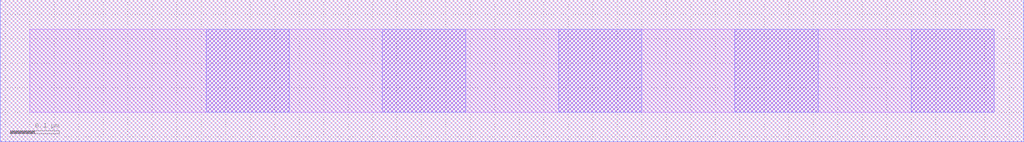
<source format=lef>
# Copyright 2020 The SkyWater PDK Authors
#
# Licensed under the Apache License, Version 2.0 (the "License");
# you may not use this file except in compliance with the License.
# You may obtain a copy of the License at
#
#     https://www.apache.org/licenses/LICENSE-2.0
#
# Unless required by applicable law or agreed to in writing, software
# distributed under the License is distributed on an "AS IS" BASIS,
# WITHOUT WARRANTIES OR CONDITIONS OF ANY KIND, either express or implied.
# See the License for the specific language governing permissions and
# limitations under the License.
#
# SPDX-License-Identifier: Apache-2.0

VERSION 5.7 ;
  NOWIREEXTENSIONATPIN ON ;
  DIVIDERCHAR "/" ;
  BUSBITCHARS "[]" ;
MACRO sky130_fd_pr__res_high_pol1m1_0p69__example1
  CLASS BLOCK ;
  FOREIGN sky130_fd_pr__res_high_pol1m1_0p69__example1 ;
  ORIGIN  0.060000  0.060000 ;
  SIZE  2.090000 BY  0.290000 ;
  OBS
    LAYER li1 ;
      RECT 0.000000 0.000000 1.970000 0.170000 ;
    LAYER mcon ;
      RECT 0.360000 0.000000 0.530000 0.170000 ;
      RECT 0.720000 0.000000 0.890000 0.170000 ;
      RECT 1.080000 0.000000 1.250000 0.170000 ;
      RECT 1.440000 0.000000 1.610000 0.170000 ;
      RECT 1.800000 0.000000 1.970000 0.170000 ;
    LAYER met1 ;
      RECT -0.060000 -0.060000 2.030000 0.230000 ;
  END
END sky130_fd_pr__res_high_pol1m1_0p69__example1
END LIBRARY

</source>
